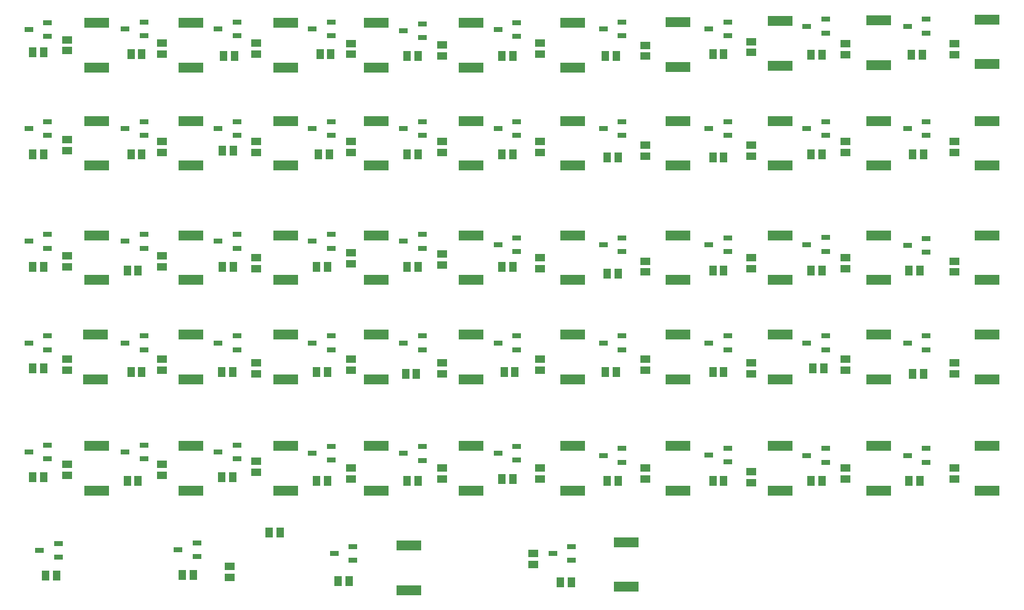
<source format=gbr>
%FSTAX25Y25*%
%MOMM*%
%SFA1B1*%

%IPPOS*%
%ADD10R,1.099998X1.399997*%
%ADD11R,1.399997X1.099998*%
%ADD12R,3.499993X1.399997*%
%ADD13R,1.199998X0.649999*%
%LNldo_test_paste_top-1*%
%LPD*%
G54D10*
X7274999Y5289397D03*
X7424999D03*
X11280599Y4599998D03*
X11430599D03*
X4349998Y4694996D03*
X4199999D03*
X8374999Y4619998D03*
X8224997D03*
X6229997Y4703998D03*
X6079998D03*
X16224999Y5999998D03*
X16074999D03*
X12074999D03*
X11924997D03*
X13524999D03*
X13374999D03*
X14874999D03*
X14724999D03*
X10624997Y6024999D03*
X10474998D03*
X9324997Y5999998D03*
X9174998D03*
X8074997D03*
X7924998D03*
X6774997Y6054999D03*
X6624998D03*
X5474997Y5999998D03*
X5324998D03*
X4174998Y6049998D03*
X4024998D03*
X16274999Y7474999D03*
X16124999D03*
X14899998Y7549997D03*
X14749998D03*
X13524999Y7499997D03*
X13374999D03*
X12049998D03*
X11899999D03*
X10654997D03*
X10504998D03*
X9299999Y7474999D03*
X9149999D03*
X8074997Y7499997D03*
X7924998D03*
X6774997D03*
X6624998D03*
X5524997D03*
X5374998D03*
X4174998Y7549997D03*
X4024998D03*
X16224999Y8899999D03*
X16074999D03*
X13524999D03*
X13374999D03*
X14874999D03*
X14724999D03*
X8074997Y8949999D03*
X7924998D03*
X9324997D03*
X9174998D03*
X10624997D03*
X10474998D03*
X12074999Y8849997D03*
X11924997D03*
X6779999Y8949999D03*
X6629999D03*
X5474997Y8899999D03*
X5324998D03*
X4174998Y8949999D03*
X4024998D03*
X16274999Y10499999D03*
X16124999D03*
X14874999D03*
X14724999D03*
X13524999Y10449999D03*
X13374999D03*
X12074999D03*
X11924997D03*
X10624997Y10499999D03*
X10474998D03*
X9324997D03*
X9174998D03*
X8104997D03*
X7954998D03*
X6779999Y10549999D03*
X6629999D03*
X5524997Y10499999D03*
X5374998D03*
X4174998D03*
X4024998D03*
X16257198Y11869999D03*
X16107199D03*
X14874999D03*
X14724999D03*
X9324997Y11849999D03*
X9174998D03*
X13524999Y11872498D03*
X13374999D03*
X12049998Y11847499D03*
X11899999D03*
X10624997Y11849999D03*
X10474998D03*
X7974998Y11872498D03*
X8124997D03*
X6649999Y11849999D03*
X6799999D03*
X5374998Y11872498D03*
X5524997D03*
X4024998Y11898299D03*
X4174998D03*
G54D11*
X10906498Y4849997D03*
Y4999997D03*
X6729999Y4674999D03*
Y4824999D03*
X16699999Y6024999D03*
Y6174999D03*
X12449997Y6024999D03*
Y6174999D03*
X13899997Y5974999D03*
Y6124999D03*
X15199997Y6024999D03*
Y6174999D03*
X10999998Y6024999D03*
Y6174999D03*
X9649998Y6024999D03*
Y6174999D03*
X8399998Y6024999D03*
Y6174999D03*
X7099998Y6119898D03*
Y6269898D03*
X5799998Y6074999D03*
Y6224998D03*
X4499998Y6074999D03*
Y6224998D03*
X16699997Y7474999D03*
Y7624998D03*
X15199997Y7524998D03*
Y7674998D03*
X13899997Y7474999D03*
Y7624998D03*
X12449997Y7524998D03*
Y7674998D03*
X10999998Y7524998D03*
Y7674998D03*
X9649998Y7474999D03*
Y7624998D03*
X8399998Y7524998D03*
Y7674998D03*
X7099998Y7474999D03*
Y7624998D03*
X5799998Y7524998D03*
Y7674998D03*
X4499998Y7524998D03*
Y7674998D03*
X16699999Y8874998D03*
Y9024998D03*
X13899997Y8924998D03*
Y9074998D03*
X15199997Y8924998D03*
Y9074998D03*
X8399998Y8992499D03*
Y9142498D03*
X9649998Y8974998D03*
Y9124998D03*
X10999998Y8924998D03*
Y9074998D03*
X12449997Y8874998D03*
Y9024998D03*
X7099998Y8924998D03*
Y9074998D03*
X4499998Y8949999D03*
Y9099999D03*
X5799998Y8949999D03*
Y9099999D03*
X16699999Y10524998D03*
Y10674997D03*
X15199997Y10524998D03*
Y10674997D03*
X13899997Y10474998D03*
Y10624997D03*
X12449997Y10474998D03*
Y10624997D03*
X10999998Y10524998D03*
Y10674997D03*
X9649998Y10524998D03*
Y10674997D03*
X8399998Y10524998D03*
Y10674997D03*
X7099998Y10524998D03*
Y10674997D03*
X5799998Y10524998D03*
Y10674997D03*
X4499998Y10549999D03*
Y10699998D03*
X16699999Y11869999D03*
Y12019998D03*
X15199997Y11869999D03*
Y12019998D03*
X13899997Y11897499D03*
Y12047499D03*
X12449997Y11847499D03*
Y11997499D03*
X10999998Y11874997D03*
Y12024997D03*
X9649998Y11849999D03*
Y11999998D03*
X7099998Y12024997D03*
Y11874997D03*
X8399998Y12022498D03*
Y11872498D03*
X5799998Y12024997D03*
Y11874997D03*
X4499998Y12074999D03*
Y11924997D03*
G54D12*
X12184999Y4542497D03*
Y5157497D03*
X10049997Y9382498D03*
Y8767498D03*
X14299999Y10957499D03*
Y10342499D03*
X6199997Y10957499D03*
Y10342499D03*
X4899997Y10957499D03*
Y10342499D03*
X17149998Y12352497D03*
Y11737497D03*
X15655599Y12339398D03*
Y11724398D03*
X14299999Y12329998D03*
Y11714998D03*
X12893499Y12316899D03*
Y11701899D03*
X11449999Y12307498D03*
Y11692498D03*
X10049997Y12307498D03*
Y11692498D03*
X8749997Y12307498D03*
Y11692498D03*
X7499997Y12307498D03*
Y11692498D03*
X6199997Y12307498D03*
Y11692498D03*
X4899997Y12307498D03*
Y11692498D03*
X6199997Y8767498D03*
Y9382498D03*
X4899997Y8767498D03*
Y9382498D03*
X12893499Y8767498D03*
Y9382498D03*
X11449999Y8767498D03*
Y9382498D03*
X8749997Y8767498D03*
Y9382498D03*
X7499997Y8767498D03*
Y9382498D03*
X15655599Y8767498D03*
Y9382498D03*
X14299999Y8767498D03*
Y9382498D03*
X8749997Y7397498D03*
Y8012498D03*
X7499997Y7397498D03*
Y8012498D03*
X6199997Y7397498D03*
Y8012498D03*
X4887498Y7397498D03*
Y8012498D03*
X17149998Y8767498D03*
Y9382498D03*
X11449999Y7397498D03*
Y8012498D03*
X10049997Y7397498D03*
Y8012498D03*
X4899997Y5867499D03*
Y6482499D03*
X17149998Y7397498D03*
Y8012498D03*
X15655599Y7397498D03*
Y8012498D03*
X14299999Y7397498D03*
Y8012498D03*
X12893499Y7397498D03*
Y8012498D03*
X7499997Y5867499D03*
Y6482499D03*
X6199997Y5867499D03*
Y6482499D03*
X14299999Y5867499D03*
Y6482499D03*
X12893499Y5867499D03*
Y6482499D03*
X11449999Y5867499D03*
Y6482499D03*
X10049997Y5867499D03*
Y6482499D03*
X8749997Y5867499D03*
Y6482499D03*
X17149998Y5867499D03*
Y6482499D03*
X15655599Y5867499D03*
Y6482499D03*
X9199999Y4492498D03*
Y5107498D03*
X8749997Y10342499D03*
Y10957499D03*
X7499997Y10342499D03*
Y10957499D03*
X11449999Y10342499D03*
Y10957499D03*
X10049997Y10342499D03*
Y10957499D03*
X12893499Y10342499D03*
Y10957499D03*
X17149998Y10342499D03*
Y10957499D03*
X15655599Y10342499D03*
Y10957499D03*
G54D13*
X11869999Y10849998D03*
X12129998Y10944999D03*
Y10754997D03*
X5294998Y10849998D03*
X5554997Y10944999D03*
Y10754997D03*
X16052198Y12260498D03*
X16312197Y12355499D03*
Y12165497D03*
X14669998Y12260498D03*
X14929998Y12355499D03*
Y12165497D03*
X10419999Y12214999D03*
X10679998Y12309998D03*
Y12119998D03*
X9119999Y12199998D03*
X9379999Y12294999D03*
Y12104999D03*
X7869999Y12224999D03*
X8129998Y12319998D03*
Y12129998D03*
X5294998Y12224999D03*
X5554997Y12319998D03*
Y12129998D03*
X3969999Y12214999D03*
X4229999Y12309998D03*
Y12119998D03*
X4379998Y4949997D03*
Y5139997D03*
X4119999Y5044998D03*
X6829999Y12129998D03*
Y12319998D03*
X6569999Y12224999D03*
X5554997Y9204998D03*
Y9394997D03*
X5294998Y9299999D03*
X4229999Y9204998D03*
Y9394997D03*
X3969999Y9299999D03*
X12129998Y9154998D03*
Y9344997D03*
X11869999Y9249999D03*
X10679998Y9154998D03*
Y9344997D03*
X10419999Y9249999D03*
X9379999Y9204998D03*
Y9394997D03*
X9119999Y9299999D03*
X8129998Y9204998D03*
Y9394997D03*
X7869999Y9299999D03*
X6829999Y9204998D03*
Y9394997D03*
X6569999Y9299999D03*
X14929998Y9159999D03*
Y9349999D03*
X14669998Y9254998D03*
X13579998Y9154998D03*
Y9344997D03*
X13319998Y9249999D03*
X8129998Y7804998D03*
Y7994997D03*
X7869999Y7899999D03*
X6829999Y7804998D03*
Y7994997D03*
X6569999Y7899999D03*
X5554997Y7804998D03*
Y7994997D03*
X5294998Y7899999D03*
X4229999Y7804998D03*
Y7994997D03*
X3969999Y7899999D03*
X16312197Y9147497D03*
Y9337499D03*
X16052198Y9242498D03*
X10679998Y7804998D03*
Y7994997D03*
X10419999Y7899999D03*
X9379999Y7804998D03*
Y7994997D03*
X9119999Y7899999D03*
X4229999Y6304998D03*
Y6494998D03*
X3969999Y6399999D03*
X16312197Y7804998D03*
Y7994997D03*
X16052198Y7899999D03*
X14929998Y7804998D03*
Y7994997D03*
X14669998Y7899999D03*
X13579998Y7804998D03*
Y7994997D03*
X13319998Y7899999D03*
X12129998Y7804998D03*
Y7994997D03*
X11869999Y7899999D03*
X6829999Y6304998D03*
Y6494998D03*
X6569999Y6399999D03*
X5554997Y6304998D03*
Y6494998D03*
X5294998Y6399999D03*
X13579998Y6259997D03*
Y6449999D03*
X13319998Y6354998D03*
X12129998Y6254998D03*
Y6444998D03*
X11869999Y635D03*
X10679998Y6288699D03*
Y6478699D03*
X10419999Y6383698D03*
X9379999Y6282397D03*
Y6472397D03*
X9119999Y6377398D03*
X8129998Y6288699D03*
Y6478699D03*
X7869999Y6383698D03*
X16312197Y6254998D03*
Y6444998D03*
X16052198Y635D03*
X14929998Y6254998D03*
Y6444998D03*
X14669998Y635D03*
X6284998Y4954998D03*
Y5144998D03*
X6024999Y5049997D03*
X8429998Y4904999D03*
Y5094998D03*
X8169998Y4999997D03*
X13579998Y12127499D03*
Y12317498D03*
X13319998Y12222497D03*
X12129998Y12127499D03*
Y12317498D03*
X11869999Y12222497D03*
X11435598Y4904999D03*
Y5094998D03*
X11175598Y4999997D03*
X4229999Y10754997D03*
Y10944999D03*
X3969999Y10849998D03*
X8129998Y10754997D03*
Y10944999D03*
X7869999Y10849998D03*
X6829999Y10754997D03*
Y10944999D03*
X6569999Y10849998D03*
X10679998Y10754997D03*
Y10944999D03*
X10419999Y10849998D03*
X9379999Y10754997D03*
Y10944999D03*
X9119999Y10849998D03*
X13579998Y10754997D03*
Y10944999D03*
X13319998Y10849998D03*
X16312197Y10754997D03*
Y10944999D03*
X16052198Y10849998D03*
X14929998Y10754997D03*
Y10944999D03*
X14669998Y10849998D03*
M02*
</source>
